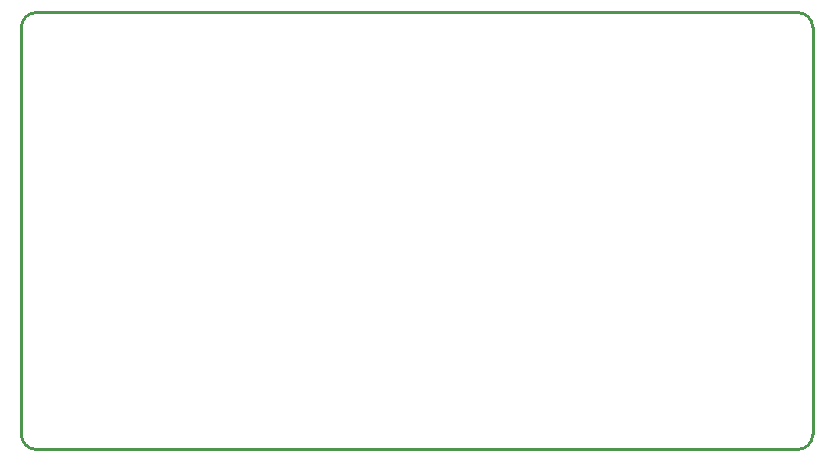
<source format=gm1>
G04*
G04 #@! TF.GenerationSoftware,Altium Limited,Altium Designer,22.7.1 (60)*
G04*
G04 Layer_Color=16711935*
%FSLAX25Y25*%
%MOIN*%
G70*
G04*
G04 #@! TF.SameCoordinates,3EC980D0-7658-4EA3-A3E4-A41FBE6F1EC8*
G04*
G04*
G04 #@! TF.FilePolarity,Positive*
G04*
G01*
G75*
%ADD16C,0.01000*%
D16*
X263779Y140669D02*
G03*
X258780Y145669I-5000J0D01*
G01*
Y0D02*
G03*
X263779Y5000I0J5000D01*
G01*
X5000Y145669D02*
G03*
X0Y140669I0J-5000D01*
G01*
Y5000D02*
G03*
X5000Y0I5000J0D01*
G01*
X258780D01*
X5000Y145669D02*
X258780D01*
X263779Y5000D02*
Y140669D01*
X0Y5000D02*
Y140669D01*
M02*

</source>
